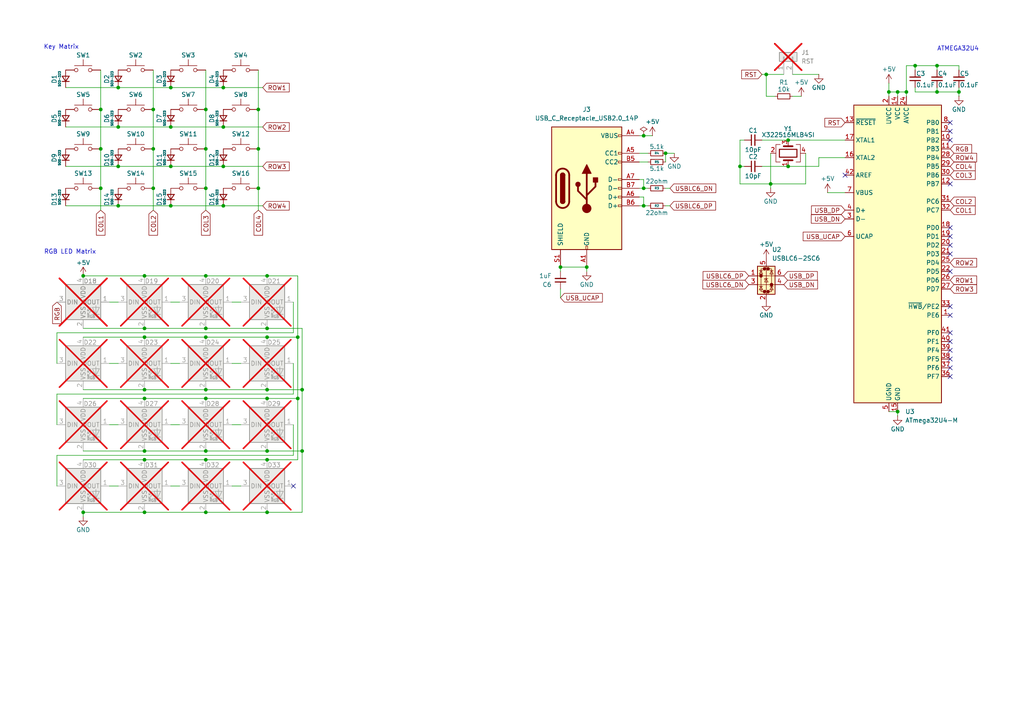
<source format=kicad_sch>
(kicad_sch (version 20231120) (generator "eeschema") (generator_version "8.0")
  (paper "A4")
  (junction (at 77.47 148.59))
  (junction (at 59.69 133.35))
  (junction (at 271.78 19.05))
  (junction (at 59.69 43.18))
  (junction (at 87.63 113.03))
  (junction (at 49.53 48.26))
  (junction (at 186.69 59.69))
  (junction (at 41.91 115.57))
  (junction (at 87.63 130.81))
  (junction (at 59.69 148.59))
  (junction (at 228.6 48.26))
  (junction (at 77.47 97.79))
  (junction (at 41.91 80.01))
  (junction (at 64.77 36.83))
  (junction (at 77.47 115.57))
  (junction (at 41.91 97.79))
  (junction (at 49.53 59.69))
  (junction (at 222.25 21.59))
  (junction (at 59.69 115.57))
  (junction (at 41.91 148.59))
  (junction (at 223.52 53.34))
  (junction (at 265.43 19.05))
  (junction (at 77.47 80.01))
  (junction (at 59.69 130.81))
  (junction (at 34.29 48.26))
  (junction (at 74.93 31.75))
  (junction (at 59.69 95.25))
  (junction (at 74.93 54.61))
  (junction (at 41.91 113.03))
  (junction (at 64.77 48.26))
  (junction (at 59.69 31.75))
  (junction (at 34.29 59.69))
  (junction (at 77.47 95.25))
  (junction (at 64.77 25.4))
  (junction (at 49.53 36.83))
  (junction (at 59.69 80.01))
  (junction (at 49.53 25.4))
  (junction (at 29.21 43.18))
  (junction (at 41.91 130.81))
  (junction (at 228.6 40.64))
  (junction (at 186.69 39.37))
  (junction (at 257.81 26.67))
  (junction (at 24.13 148.59))
  (junction (at 77.47 130.81))
  (junction (at 86.36 97.79))
  (junction (at 29.21 31.75))
  (junction (at 260.35 26.67))
  (junction (at 260.35 119.38))
  (junction (at 186.69 54.61))
  (junction (at 44.45 54.61))
  (junction (at 29.21 54.61))
  (junction (at 170.18 77.47))
  (junction (at 162.56 77.47))
  (junction (at 77.47 133.35))
  (junction (at 77.47 113.03))
  (junction (at 74.93 43.18))
  (junction (at 59.69 54.61))
  (junction (at 86.36 115.57))
  (junction (at 24.13 80.01))
  (junction (at 262.89 26.67))
  (junction (at 41.91 133.35))
  (junction (at 44.45 43.18))
  (junction (at 34.29 25.4))
  (junction (at 193.04 44.45))
  (junction (at 271.78 26.67))
  (junction (at 41.91 95.25))
  (junction (at 59.69 113.03))
  (junction (at 59.69 97.79))
  (junction (at 214.63 48.26))
  (junction (at 44.45 31.75))
  (junction (at 278.13 26.67))
  (junction (at 34.29 36.83))
  (junction (at 64.77 59.69))
  (no_connect (at 275.59 91.44))
  (no_connect (at 275.59 71.12))
  (no_connect (at 275.59 96.52))
  (no_connect (at 275.59 66.04))
  (no_connect (at 245.11 50.8))
  (no_connect (at 275.59 38.1))
  (no_connect (at 275.59 104.14))
  (no_connect (at 275.59 88.9))
  (no_connect (at 275.59 68.58))
  (no_connect (at 85.09 140.97))
  (no_connect (at 275.59 106.68))
  (no_connect (at 275.59 78.74))
  (no_connect (at 275.59 101.6))
  (no_connect (at 275.59 109.22))
  (no_connect (at 275.59 99.06))
  (no_connect (at 275.59 35.56))
  (no_connect (at 275.59 73.66))
  (no_connect (at 275.59 53.34))
  (no_connect (at 275.59 40.64))
  (wire (pts (xy 64.77 59.69) (xy 76.2 59.69)))
  (wire (pts (xy 24.13 148.59) (xy 41.91 148.59)))
  (wire (pts (xy 59.69 95.25) (xy 77.47 95.25)))
  (wire (pts (xy 31.75 87.63) (xy 34.29 87.63)))
  (wire (pts (xy 59.69 148.59) (xy 77.47 148.59)))
  (wire (pts (xy 194.31 54.61) (xy 193.04 54.61)))
  (wire (pts (xy 86.36 115.57) (xy 86.36 133.35)))
  (wire (pts (xy 49.53 48.26) (xy 64.77 48.26)))
  (wire (pts (xy 87.63 130.81) (xy 77.47 130.81)))
  (wire (pts (xy 49.53 105.41) (xy 52.07 105.41)))
  (wire (pts (xy 49.53 140.97) (xy 52.07 140.97)))
  (wire (pts (xy 67.31 123.19) (xy 69.85 123.19)))
  (wire (pts (xy 237.49 45.72) (xy 245.11 45.72)))
  (wire (pts (xy 41.91 115.57) (xy 59.69 115.57)))
  (wire (pts (xy 29.21 31.75) (xy 29.21 43.18)))
  (wire (pts (xy 265.43 25.4) (xy 265.43 26.67)))
  (wire (pts (xy 214.63 53.34) (xy 223.52 53.34)))
  (wire (pts (xy 74.93 31.75) (xy 74.93 43.18)))
  (wire (pts (xy 59.69 97.79) (xy 77.47 97.79)))
  (wire (pts (xy 228.6 40.64) (xy 245.11 40.64)))
  (wire (pts (xy 194.31 59.69) (xy 193.04 59.69)))
  (wire (pts (xy 185.42 59.69) (xy 186.69 59.69)))
  (wire (pts (xy 16.51 132.08) (xy 16.51 140.97)))
  (wire (pts (xy 41.91 133.35) (xy 59.69 133.35)))
  (wire (pts (xy 223.52 54.61) (xy 223.52 53.34)))
  (wire (pts (xy 31.75 123.19) (xy 34.29 123.19)))
  (wire (pts (xy 186.69 39.37) (xy 189.23 39.37)))
  (wire (pts (xy 185.42 44.45) (xy 187.96 44.45)))
  (wire (pts (xy 64.77 48.26) (xy 76.2 48.26)))
  (wire (pts (xy 260.35 26.67) (xy 260.35 27.94)))
  (wire (pts (xy 77.47 80.01) (xy 86.36 80.01)))
  (wire (pts (xy 87.63 130.81) (xy 87.63 148.59)))
  (wire (pts (xy 162.56 77.47) (xy 170.18 77.47)))
  (wire (pts (xy 215.9 40.64) (xy 214.63 40.64)))
  (wire (pts (xy 87.63 148.59) (xy 77.47 148.59)))
  (wire (pts (xy 187.96 59.69) (xy 186.69 59.69)))
  (wire (pts (xy 67.31 105.41) (xy 69.85 105.41)))
  (wire (pts (xy 24.13 148.59) (xy 24.13 149.86)))
  (wire (pts (xy 59.69 115.57) (xy 77.47 115.57)))
  (wire (pts (xy 19.05 48.26) (xy 34.29 48.26)))
  (wire (pts (xy 85.09 105.41) (xy 85.09 114.3)))
  (wire (pts (xy 41.91 95.25) (xy 59.69 95.25)))
  (wire (pts (xy 237.49 48.26) (xy 237.49 45.72)))
  (wire (pts (xy 220.98 21.59) (xy 222.25 21.59)))
  (wire (pts (xy 49.53 123.19) (xy 52.07 123.19)))
  (wire (pts (xy 223.52 44.45) (xy 223.52 53.34)))
  (wire (pts (xy 86.36 115.57) (xy 77.47 115.57)))
  (wire (pts (xy 41.91 130.81) (xy 59.69 130.81)))
  (wire (pts (xy 86.36 80.01) (xy 86.36 97.79)))
  (wire (pts (xy 229.87 27.94) (xy 232.41 27.94)))
  (wire (pts (xy 24.13 95.25) (xy 41.91 95.25)))
  (wire (pts (xy 16.51 114.3) (xy 16.51 123.19)))
  (wire (pts (xy 29.21 20.32) (xy 29.21 31.75)))
  (wire (pts (xy 233.68 53.34) (xy 233.68 44.45)))
  (wire (pts (xy 186.69 52.07) (xy 186.69 54.61)))
  (wire (pts (xy 257.81 26.67) (xy 260.35 26.67)))
  (wire (pts (xy 16.51 96.52) (xy 16.51 105.41)))
  (wire (pts (xy 228.6 48.26) (xy 237.49 48.26)))
  (wire (pts (xy 24.13 80.01) (xy 41.91 80.01)))
  (wire (pts (xy 170.18 77.47) (xy 170.18 78.74)))
  (wire (pts (xy 41.91 113.03) (xy 59.69 113.03)))
  (wire (pts (xy 59.69 133.35) (xy 77.47 133.35)))
  (wire (pts (xy 223.52 53.34) (xy 233.68 53.34)))
  (wire (pts (xy 74.93 20.32) (xy 74.93 31.75)))
  (wire (pts (xy 59.69 80.01) (xy 77.47 80.01)))
  (wire (pts (xy 278.13 26.67) (xy 278.13 27.94)))
  (wire (pts (xy 59.69 54.61) (xy 59.69 60.96)))
  (wire (pts (xy 214.63 40.64) (xy 214.63 48.26)))
  (wire (pts (xy 271.78 19.05) (xy 271.78 20.32)))
  (wire (pts (xy 86.36 97.79) (xy 86.36 115.57)))
  (wire (pts (xy 59.69 20.32) (xy 59.69 31.75)))
  (wire (pts (xy 41.91 97.79) (xy 59.69 97.79)))
  (wire (pts (xy 257.81 119.38) (xy 260.35 119.38)))
  (wire (pts (xy 278.13 26.67) (xy 278.13 25.4)))
  (wire (pts (xy 85.09 96.52) (xy 16.51 96.52)))
  (wire (pts (xy 49.53 87.63) (xy 52.07 87.63)))
  (wire (pts (xy 24.13 115.57) (xy 41.91 115.57)))
  (wire (pts (xy 220.98 48.26) (xy 228.6 48.26)))
  (wire (pts (xy 67.31 140.97) (xy 69.85 140.97)))
  (wire (pts (xy 186.69 59.69) (xy 186.69 57.15)))
  (wire (pts (xy 257.81 27.94) (xy 257.81 26.67)))
  (wire (pts (xy 34.29 36.83) (xy 49.53 36.83)))
  (wire (pts (xy 29.21 43.18) (xy 29.21 54.61)))
  (wire (pts (xy 85.09 132.08) (xy 16.51 132.08)))
  (wire (pts (xy 64.77 25.4) (xy 76.2 25.4)))
  (wire (pts (xy 85.09 114.3) (xy 16.51 114.3)))
  (wire (pts (xy 74.93 54.61) (xy 74.93 60.96)))
  (wire (pts (xy 222.25 27.94) (xy 222.25 21.59)))
  (wire (pts (xy 265.43 19.05) (xy 271.78 19.05)))
  (wire (pts (xy 49.53 59.69) (xy 64.77 59.69)))
  (wire (pts (xy 229.87 21.59) (xy 237.49 21.59)))
  (wire (pts (xy 186.69 54.61) (xy 185.42 54.61)))
  (wire (pts (xy 24.13 130.81) (xy 41.91 130.81)))
  (wire (pts (xy 214.63 48.26) (xy 214.63 53.34)))
  (wire (pts (xy 41.91 80.01) (xy 59.69 80.01)))
  (wire (pts (xy 31.75 140.97) (xy 34.29 140.97)))
  (wire (pts (xy 222.25 21.59) (xy 227.33 21.59)))
  (wire (pts (xy 24.13 133.35) (xy 41.91 133.35)))
  (wire (pts (xy 186.69 57.15) (xy 185.42 57.15)))
  (wire (pts (xy 44.45 43.18) (xy 44.45 54.61)))
  (wire (pts (xy 162.56 86.36) (xy 162.56 83.82)))
  (wire (pts (xy 67.31 87.63) (xy 69.85 87.63)))
  (wire (pts (xy 34.29 48.26) (xy 49.53 48.26)))
  (wire (pts (xy 193.04 44.45) (xy 195.58 44.45)))
  (wire (pts (xy 34.29 25.4) (xy 49.53 25.4)))
  (wire (pts (xy 59.69 130.81) (xy 77.47 130.81)))
  (wire (pts (xy 224.79 27.94) (xy 222.25 27.94)))
  (wire (pts (xy 29.21 54.61) (xy 29.21 60.96)))
  (wire (pts (xy 220.98 40.64) (xy 228.6 40.64)))
  (wire (pts (xy 64.77 36.83) (xy 76.2 36.83)))
  (wire (pts (xy 262.89 26.67) (xy 262.89 27.94)))
  (wire (pts (xy 77.47 95.25) (xy 87.63 95.25)))
  (wire (pts (xy 262.89 26.67) (xy 262.89 19.05)))
  (wire (pts (xy 87.63 113.03) (xy 77.47 113.03)))
  (wire (pts (xy 59.69 43.18) (xy 59.69 54.61)))
  (wire (pts (xy 271.78 26.67) (xy 278.13 26.67)))
  (wire (pts (xy 49.53 25.4) (xy 64.77 25.4)))
  (wire (pts (xy 87.63 113.03) (xy 87.63 130.81)))
  (wire (pts (xy 86.36 133.35) (xy 77.47 133.35)))
  (wire (pts (xy 185.42 46.99) (xy 187.96 46.99)))
  (wire (pts (xy 260.35 26.67) (xy 262.89 26.67)))
  (wire (pts (xy 265.43 26.67) (xy 271.78 26.67)))
  (wire (pts (xy 59.69 113.03) (xy 77.47 113.03)))
  (wire (pts (xy 214.63 48.26) (xy 215.9 48.26)))
  (wire (pts (xy 74.93 43.18) (xy 74.93 54.61)))
  (wire (pts (xy 162.56 78.74) (xy 162.56 77.47)))
  (wire (pts (xy 186.69 54.61) (xy 187.96 54.61)))
  (wire (pts (xy 271.78 19.05) (xy 278.13 19.05)))
  (wire (pts (xy 24.13 113.03) (xy 41.91 113.03)))
  (wire (pts (xy 278.13 19.05) (xy 278.13 20.32)))
  (wire (pts (xy 193.04 44.45) (xy 193.04 46.99)))
  (wire (pts (xy 260.35 119.38) (xy 260.35 120.65)))
  (wire (pts (xy 265.43 19.05) (xy 265.43 20.32)))
  (wire (pts (xy 49.53 36.83) (xy 64.77 36.83)))
  (wire (pts (xy 85.09 87.63) (xy 85.09 96.52)))
  (wire (pts (xy 34.29 59.69) (xy 49.53 59.69)))
  (wire (pts (xy 41.91 148.59) (xy 59.69 148.59)))
  (wire (pts (xy 31.75 105.41) (xy 34.29 105.41)))
  (wire (pts (xy 59.69 31.75) (xy 59.69 43.18)))
  (wire (pts (xy 85.09 123.19) (xy 85.09 132.08)))
  (wire (pts (xy 262.89 19.05) (xy 265.43 19.05)))
  (wire (pts (xy 271.78 26.67) (xy 271.78 25.4)))
  (wire (pts (xy 44.45 54.61) (xy 44.45 60.96)))
  (wire (pts (xy 19.05 59.69) (xy 34.29 59.69)))
  (wire (pts (xy 240.03 55.88) (xy 245.11 55.88)))
  (wire (pts (xy 44.45 20.32) (xy 44.45 31.75)))
  (wire (pts (xy 86.36 97.79) (xy 77.47 97.79)))
  (wire (pts (xy 19.05 36.83) (xy 34.29 36.83)))
  (wire (pts (xy 257.81 24.13) (xy 257.81 26.67)))
  (wire (pts (xy 19.05 25.4) (xy 34.29 25.4)))
  (wire (pts (xy 87.63 95.25) (xy 87.63 113.03)))
  (wire (pts (xy 185.42 52.07) (xy 186.69 52.07)))
  (wire (pts (xy 24.13 97.79) (xy 41.91 97.79)))
  (wire (pts (xy 185.42 39.37) (xy 186.69 39.37)))
  (wire (pts (xy 44.45 31.75) (xy 44.45 43.18)))
  (text "RGB LED Matrix" (at 20.32 73.152 0) (effects (font (size 1.27 1.27))))
  (text "ATMEGA32U4" (at 277.876 14.224 0) (effects (font (size 1.27 1.27))))
  (text "Key Matrix" (at 17.78 13.716 0) (effects (font (size 1.27 1.27))))
  (global_label "USB_DP" (shape input) (at 245.11 60.96 180) (property "Intersheetrefs" "${INTERSHEET_REFS}" (effects (hide yes))))
  (global_label "ROW2" (shape input) (at 76.2 36.83 0) (property "Intersheetrefs" "${INTERSHEET_REFS}" (effects (hide yes))))
  (global_label "ROW1" (shape input) (at 76.2 25.4 0) (property "Intersheetrefs" "${INTERSHEET_REFS}" (effects (hide yes))))
  (global_label "USB_UCAP" (shape input) (at 245.11 68.58 180) (property "Intersheetrefs" "${INTERSHEET_REFS}" (effects (hide yes))))
  (global_label "COL2" (shape input) (at 275.59 58.42 0) (property "Intersheetrefs" "${INTERSHEET_REFS}" (effects (hide yes))))
  (global_label "USB_DP" (shape input) (at 227.33 80.01 0) (property "Intersheetrefs" "${INTERSHEET_REFS}" (effects (hide yes))))
  (global_label "COL2" (shape input) (at 44.45 60.96 270) (property "Intersheetrefs" "${INTERSHEET_REFS}" (effects (hide yes))))
  (global_label "USBLC6_DP" (shape input) (at 194.31 59.69 0) (property "Intersheetrefs" "${INTERSHEET_REFS}" (effects (hide yes))))
  (global_label "USB_DN" (shape input) (at 245.11 63.5 180) (property "Intersheetrefs" "${INTERSHEET_REFS}" (effects (hide yes))))
  (global_label "COL4" (shape input) (at 275.59 48.26 0) (property "Intersheetrefs" "${INTERSHEET_REFS}" (effects (hide yes))))
  (global_label "ROW2" (shape input) (at 275.59 76.2 0) (property "Intersheetrefs" "${INTERSHEET_REFS}" (effects (hide yes))))
  (global_label "USB_UCAP" (shape input) (at 162.56 86.36 0) (property "Intersheetrefs" "${INTERSHEET_REFS}" (effects (hide yes))))
  (global_label "COL3" (shape input) (at 59.69 60.96 270) (property "Intersheetrefs" "${INTERSHEET_REFS}" (effects (hide yes))))
  (global_label "RST" (shape input) (at 245.11 35.56 180) (property "Intersheetrefs" "${INTERSHEET_REFS}" (effects (hide yes))))
  (global_label "ROW4" (shape input) (at 275.59 45.72 0) (property "Intersheetrefs" "${INTERSHEET_REFS}" (effects (hide yes))))
  (global_label "ROW1" (shape input) (at 275.59 81.28 0) (property "Intersheetrefs" "${INTERSHEET_REFS}" (effects (hide yes))))
  (global_label "ROW3" (shape input) (at 275.59 83.82 0) (property "Intersheetrefs" "${INTERSHEET_REFS}" (effects (hide yes))))
  (global_label "COL3" (shape input) (at 275.59 50.8 0) (property "Intersheetrefs" "${INTERSHEET_REFS}" (effects (hide yes))))
  (global_label "USBLC6_DN" (shape input) (at 217.17 82.55 180) (property "Intersheetrefs" "${INTERSHEET_REFS}" (effects (hide yes))))
  (global_label "COL4" (shape input) (at 74.93 60.96 270) (property "Intersheetrefs" "${INTERSHEET_REFS}" (effects (hide yes))))
  (global_label "COL1" (shape input) (at 275.59 60.96 0) (property "Intersheetrefs" "${INTERSHEET_REFS}" (effects (hide yes))))
  (global_label "RGB" (shape input) (at 16.51 87.63 270) (property "Intersheetrefs" "${INTERSHEET_REFS}" (effects (hide yes))))
  (global_label "COL1" (shape input) (at 29.21 60.96 270) (property "Intersheetrefs" "${INTERSHEET_REFS}" (effects (hide yes))))
  (global_label "USBLC6_DP" (shape input) (at 217.17 80.01 180) (property "Intersheetrefs" "${INTERSHEET_REFS}" (effects (hide yes))))
  (global_label "USB_DN" (shape input) (at 227.33 82.55 0) (property "Intersheetrefs" "${INTERSHEET_REFS}" (effects (hide yes))))
  (global_label "RST" (shape input) (at 220.98 21.59 180) (property "Intersheetrefs" "${INTERSHEET_REFS}" (effects (hide yes))))
  (global_label "RGB" (shape input) (at 275.59 43.18 0) (property "Intersheetrefs" "${INTERSHEET_REFS}" (effects (hide yes))))
  (global_label "USBLC6_DN" (shape input) (at 194.31 54.61 0) (property "Intersheetrefs" "${INTERSHEET_REFS}" (effects (hide yes))))
  (global_label "ROW3" (shape input) (at 76.2 48.26 0) (property "Intersheetrefs" "${INTERSHEET_REFS}" (effects (hide yes))))
  (global_label "ROW4" (shape input) (at 76.2 59.69 0) (property "Intersheetrefs" "${INTERSHEET_REFS}" (effects (hide yes))))
  (symbol (lib_id "Device:D_Small") (at 19.05 45.72 90) (unit 1)
    (property "Reference" "D9" (at 15.748 44.45 0) (effects (justify right)))
    (property "Value" "SOD-323" (at 17.272 43.434 0) (effects (font (size 0.635 0.635)) (justify right)))
    (property "Footprint" "Diode_SMD:D_SOD-323" (effects (hide yes)))
    (property "Description" "Diode, small symbol" (effects (hide yes)))
    (property "Sim.Device" "D" (effects (hide yes)))
    (property "Sim.Pins" "1=K 2=A" (effects (hide yes)))
    (property "LCSC" "C2128" (effects (hide yes)))
  )
  (symbol (lib_id "power:+5V") (at 240.03 55.88 0) (unit 1)
    (property "Reference" "#PWR03" (effects (hide yes)))
    (property "Value" "+5V" (at 240.03 51.816 0))
    (property "Description" "Power symbol creates a global label with name \"+5V\"" (effects (hide yes)))
  )
  (symbol (lib_id "Device:D_Small") (at 64.77 45.72 90) (unit 1)
    (property "Reference" "D12" (at 61.468 44.45 0) (effects (justify right)))
    (property "Value" "SOD-323" (at 62.992 43.434 0) (effects (font (size 0.635 0.635)) (justify right)))
    (property "Footprint" "Diode_SMD:D_SOD-323" (effects (hide yes)))
    (property "Description" "Diode, small symbol" (effects (hide yes)))
    (property "Sim.Device" "D" (effects (hide yes)))
    (property "Sim.Pins" "1=K 2=A" (effects (hide yes)))
    (property "LCSC" "C2128" (effects (hide yes)))
  )
  (symbol (lib_id "LED:WS2812B-2020") (at 41.91 87.63 0) (unit 1) (dnp yes)
    (property "Reference" "D19" (at 43.942 81.534 0))
    (property "Value" "WS2812B-2020" (effects (hide yes)))
    (property "Footprint" "LED_SMD:LED_WS2812B-2020_PLCC4_2.0x2.0mm" (effects (hide yes)))
    (property "Datasheet" "https://cdn-shop.adafruit.com/product-files/4684/4684_WS2812B-2020_V1.3_EN.pdf" (effects (hide yes)))
    (property "Description" "RGB LED with integrated controller, 2.0 x 2.0 mm, 12 mA" (effects (hide yes)))
    (property "LCSC" "C965555" (effects (hide yes)))
  )
  (symbol (lib_id "Device:C_Small") (at 265.43 22.86 180) (unit 1)
    (property "Reference" "C3" (at 265.684 21.336 0) (effects (justify right)))
    (property "Value" "0.1uF" (at 265.684 24.638 0) (effects (justify right)))
    (property "Footprint" "Capacitor_SMD:C_0402_1005Metric" (effects (hide yes)))
    (property "Description" "Unpolarized capacitor, small symbol" (effects (hide yes)))
    (property "LCSC" "C1525" (effects (hide yes)))
  )
  (symbol (lib_id "Device:D_Small") (at 64.77 57.15 90) (unit 1)
    (property "Reference" "D16" (at 61.468 55.88 0) (effects (justify right)))
    (property "Value" "SOD-323" (at 62.992 54.864 0) (effects (font (size 0.635 0.635)) (justify right)))
    (property "Footprint" "Diode_SMD:D_SOD-323" (effects (hide yes)))
    (property "Description" "Diode, small symbol" (effects (hide yes)))
    (property "Sim.Device" "D" (effects (hide yes)))
    (property "Sim.Pins" "1=K 2=A" (effects (hide yes)))
    (property "LCSC" "C2128" (effects (hide yes)))
  )
  (symbol (lib_id "power:+5V") (at 232.41 27.94 0) (unit 1)
    (property "Reference" "#PWR011" (effects (hide yes)))
    (property "Value" "+5V" (at 232.41 23.876 0))
    (property "Description" "Power symbol creates a global label with name \"+5V\"" (effects (hide yes)))
  )
  (symbol (lib_id "power:+5V") (at 257.81 24.13 0) (unit 1)
    (property "Reference" "#PWR04" (effects (hide yes)))
    (property "Value" "+5V" (at 257.81 20.066 0))
    (property "Description" "Power symbol creates a global label with name \"+5V\"" (effects (hide yes)))
  )
  (symbol (lib_id "LED:WS2812B-2020") (at 77.47 87.63 0) (unit 1) (dnp yes)
    (property "Reference" "D21" (at 79.502 81.534 0))
    (property "Value" "WS2812B-2020" (effects (hide yes)))
    (property "Footprint" "LED_SMD:LED_WS2812B-2020_PLCC4_2.0x2.0mm" (effects (hide yes)))
    (property "Datasheet" "https://cdn-shop.adafruit.com/product-files/4684/4684_WS2812B-2020_V1.3_EN.pdf" (effects (hide yes)))
    (property "Description" "RGB LED with integrated controller, 2.0 x 2.0 mm, 12 mA" (effects (hide yes)))
    (property "LCSC" "C965555" (effects (hide yes)))
  )
  (symbol (lib_id "LED:WS2812B-2020") (at 59.69 123.19 0) (unit 1) (dnp yes)
    (property "Reference" "D28" (at 61.722 117.094 0))
    (property "Value" "WS2812B-2020" (effects (hide yes)))
    (property "Footprint" "LED_SMD:LED_WS2812B-2020_PLCC4_2.0x2.0mm" (effects (hide yes)))
    (property "Datasheet" "https://cdn-shop.adafruit.com/product-files/4684/4684_WS2812B-2020_V1.3_EN.pdf" (effects (hide yes)))
    (property "Description" "RGB LED with integrated controller, 2.0 x 2.0 mm, 12 mA" (effects (hide yes)))
    (property "LCSC" "C965555" (effects (hide yes)))
  )
  (symbol (lib_id "Switch:SW_Push") (at 24.13 31.75 0) (unit 1)
    (property "Reference" "SW5" (at 24.13 27.432 0))
    (property "Value" "SW_Push" (effects (hide yes)))
    (property "Footprint" "Button_Switch_SMD:SW_Push_1P1T_XKB_TS-1187A" (effects (hide yes)))
    (property "Description" "Push button switch, generic, two pins" (effects (hide yes)))
    (property "LCSC" "C318884" (effects (hide yes)))
  )
  (symbol (lib_id "LED:WS2812B-2020") (at 77.47 140.97 0) (unit 1) (dnp yes)
    (property "Reference" "D33" (at 79.502 134.874 0))
    (property "Value" "WS2812B-2020" (effects (hide yes)))
    (property "Footprint" "LED_SMD:LED_WS2812B-2020_PLCC4_2.0x2.0mm" (effects (hide yes)))
    (property "Datasheet" "https://cdn-shop.adafruit.com/product-files/4684/4684_WS2812B-2020_V1.3_EN.pdf" (effects (hide yes)))
    (property "Description" "RGB LED with integrated controller, 2.0 x 2.0 mm, 12 mA" (effects (hide yes)))
    (property "LCSC" "C965555" (effects (hide yes)))
  )
  (symbol (lib_id "Device:D_Small") (at 19.05 57.15 90) (unit 1)
    (property "Reference" "D13" (at 15.748 55.88 0) (effects (justify right)))
    (property "Value" "SOD-323" (at 17.272 54.864 0) (effects (font (size 0.635 0.635)) (justify right)))
    (property "Footprint" "Diode_SMD:D_SOD-323" (effects (hide yes)))
    (property "Description" "Diode, small symbol" (effects (hide yes)))
    (property "Sim.Device" "D" (effects (hide yes)))
    (property "Sim.Pins" "1=K 2=A" (effects (hide yes)))
    (property "LCSC" "C2128" (effects (hide yes)))
  )
  (symbol (lib_id "Switch:SW_Push") (at 69.85 31.75 0) (unit 1)
    (property "Reference" "SW8" (at 69.85 27.432 0))
    (property "Value" "SW_Push" (effects (hide yes)))
    (property "Footprint" "Button_Switch_SMD:SW_Push_1P1T_XKB_TS-1187A" (effects (hide yes)))
    (property "Description" "Push button switch, generic, two pins" (effects (hide yes)))
    (property "LCSC" "C318884" (effects (hide yes)))
  )
  (symbol (lib_id "Device:R_Small") (at 190.5 54.61 270) (unit 1)
    (property "Reference" "R3" (at 190.5 54.61 90) (effects (font (size 0.635 0.635))))
    (property "Value" "22ohm" (at 190.5 52.578 90))
    (property "Footprint" "Resistor_SMD:R_0402_1005Metric" (effects (hide yes)))
    (property "Description" "Resistor, small symbol" (effects (hide yes)))
    (property "LCSC" "C25092" (effects (hide yes)))
  )
  (symbol (lib_id "Switch:SW_Push") (at 39.37 54.61 0) (unit 1)
    (property "Reference" "SW14" (at 39.37 50.292 0))
    (property "Value" "SW_Push" (effects (hide yes)))
    (property "Footprint" "Button_Switch_SMD:SW_Push_1P1T_XKB_TS-1187A" (effects (hide yes)))
    (property "Description" "Push button switch, generic, two pins" (effects (hide yes)))
    (property "LCSC" "C318884" (effects (hide yes)))
  )
  (symbol (lib_id "LED:WS2812B-2020") (at 24.13 140.97 0) (unit 1) (dnp yes)
    (property "Reference" "D30" (at 26.162 134.874 0))
    (property "Value" "WS2812B-2020" (effects (hide yes)))
    (property "Footprint" "LED_SMD:LED_WS2812B-2020_PLCC4_2.0x2.0mm" (effects (hide yes)))
    (property "Datasheet" "https://cdn-shop.adafruit.com/product-files/4684/4684_WS2812B-2020_V1.3_EN.pdf" (effects (hide yes)))
    (property "Description" "RGB LED with integrated controller, 2.0 x 2.0 mm, 12 mA" (effects (hide yes)))
    (property "LCSC" "C965555" (effects (hide yes)))
  )
  (symbol (lib_id "Device:R_Small") (at 190.5 46.99 270) (unit 1)
    (property "Reference" "R5" (at 190.5 46.99 90) (effects (font (size 0.635 0.635))))
    (property "Value" "5.1k" (at 190.5 48.895 90))
    (property "Footprint" "Resistor_SMD:R_0402_1005Metric" (effects (hide yes)))
    (property "LCSC" "C25905" (effects (hide yes)))
  )
  (symbol (lib_id "Device:R_Small") (at 227.33 27.94 90) (unit 1)
    (property "Reference" "R1" (at 227.33 23.876 90))
    (property "Value" "10k" (at 227.33 25.908 90))
    (property "Footprint" "Resistor_SMD:R_0402_1005Metric" (effects (hide yes)))
    (property "Description" "Resistor, small symbol" (effects (hide yes)))
    (property "LCSC" "C25744" (effects (hide yes)))
  )
  (symbol (lib_id "power:+5V") (at 222.25 74.93 0) (unit 1)
    (property "Reference" "#PWR07" (effects (hide yes)))
    (property "Value" "+5V" (at 222.25 70.866 0))
    (property "Description" "Power symbol creates a global label with name \"+5V\"" (effects (hide yes)))
  )
  (symbol (lib_id "Switch:SW_Push") (at 39.37 31.75 0) (unit 1)
    (property "Reference" "SW6" (at 39.37 27.432 0))
    (property "Value" "SW_Push" (effects (hide yes)))
    (property "Footprint" "Button_Switch_SMD:SW_Push_1P1T_XKB_TS-1187A" (effects (hide yes)))
    (property "Description" "Push button switch, generic, two pins" (effects (hide yes)))
    (property "LCSC" "C318884" (effects (hide yes)))
  )
  (symbol (lib_id "power:GND") (at 278.13 27.94 0) (unit 1)
    (property "Reference" "#PWR05" (effects (hide yes)))
    (property "Value" "GND" (at 278.13 31.75 0))
    (property "Description" "Power symbol creates a global label with name \"GND\" , ground" (effects (hide yes)))
  )
  (symbol (lib_id "Connector_Generic:Conn_01x02") (at 227.33 16.51 90) (unit 1) (dnp yes)
    (property "Reference" "J1" (at 232.41 15.2399 90) (effects (justify right)))
    (property "Value" "RST" (at 232.41 17.7799 90) (effects (justify right)))
    (property "Footprint" "Connector_PinHeader_1.27mm:PinHeader_1x02_P1.27mm_Vertical" (effects (hide yes)))
    (property "Description" "Generic connector, single row, 01x02, script generated (kicad-library-utils/schlib/autogen/connector/)" (effects (hide yes)))
  )
  (symbol (lib_id "Switch:SW_Push") (at 39.37 20.32 0) (unit 1)
    (property "Reference" "SW2" (at 39.37 16.002 0))
    (property "Value" "SW_Push" (effects (hide yes)))
    (property "Footprint" "Button_Switch_SMD:SW_Push_1P1T_XKB_TS-1187A" (effects (hide yes)))
    (property "Description" "Push button switch, generic, two pins" (effects (hide yes)))
    (property "LCSC" "C318884" (effects (hide yes)))
  )
  (symbol (lib_id "Device:D_Small") (at 49.53 45.72 90) (unit 1)
    (property "Reference" "D11" (at 46.228 44.45 0) (effects (justify right)))
    (property "Value" "SOD-323" (at 47.752 43.434 0) (effects (font (size 0.635 0.635)) (justify right)))
    (property "Footprint" "Diode_SMD:D_SOD-323" (effects (hide yes)))
    (property "Description" "Diode, small symbol" (effects (hide yes)))
    (property "Sim.Device" "D" (effects (hide yes)))
    (property "Sim.Pins" "1=K 2=A" (effects (hide yes)))
    (property "LCSC" "C2128" (effects (hide yes)))
  )
  (symbol (lib_id "LED:WS2812B-2020") (at 24.13 123.19 0) (unit 1) (dnp yes)
    (property "Reference" "D26" (at 26.162 117.094 0))
    (property "Value" "WS2812B-2020" (effects (hide yes)))
    (property "Footprint" "LED_SMD:LED_WS2812B-2020_PLCC4_2.0x2.0mm" (effects (hide yes)))
    (property "Datasheet" "https://cdn-shop.adafruit.com/product-files/4684/4684_WS2812B-2020_V1.3_EN.pdf" (effects (hide yes)))
    (property "Description" "RGB LED with integrated controller, 2.0 x 2.0 mm, 12 mA" (effects (hide yes)))
    (property "LCSC" "C965555" (effects (hide yes)))
  )
  (symbol (lib_id "Device:D_Small") (at 64.77 34.29 90) (unit 1)
    (property "Reference" "D8" (at 61.468 33.02 0) (effects (justify right)))
    (property "Value" "SOD-323" (at 62.992 32.004 0) (effects (font (size 0.635 0.635)) (justify right)))
    (property "Footprint" "Diode_SMD:D_SOD-323" (effects (hide yes)))
    (property "Description" "Diode, small symbol" (effects (hide yes)))
    (property "Sim.Device" "D" (effects (hide yes)))
    (property "Sim.Pins" "1=K 2=A" (effects (hide yes)))
    (property "LCSC" "C2128" (effects (hide yes)))
  )
  (symbol (lib_id "Switch:SW_Push") (at 24.13 20.32 0) (unit 1)
    (property "Reference" "SW1" (at 24.13 16.002 0))
    (property "Value" "SW_Push" (effects (hide yes)))
    (property "Footprint" "Button_Switch_SMD:SW_Push_1P1T_XKB_TS-1187A" (effects (hide yes)))
    (property "Description" "Push button switch, generic, two pins" (effects (hide yes)))
    (property "LCSC" "C318884" (effects (hide yes)))
  )
  (symbol (lib_id "Device:C_Small") (at 218.44 48.26 90) (unit 1)
    (property "Reference" "C2" (at 218.44 45.466 90))
    (property "Value" "10pF" (at 218.44 51.054 90))
    (property "Footprint" "Capacitor_SMD:C_0402_1005Metric" (effects (hide yes)))
    (property "Description" "Unpolarized capacitor, small symbol" (effects (hide yes)))
    (property "LCSC" "C32949" (effects (hide yes)))
  )
  (symbol (lib_id "Switch:SW_Push") (at 39.37 43.18 0) (unit 1)
    (property "Reference" "SW10" (at 39.37 38.862 0))
    (property "Value" "SW_Push" (effects (hide yes)))
    (property "Footprint" "Button_Switch_SMD:SW_Push_1P1T_XKB_TS-1187A" (effects (hide yes)))
    (property "Description" "Push button switch, generic, two pins" (effects (hide yes)))
    (property "LCSC" "C318884" (effects (hide yes)))
  )
  (symbol (lib_id "LED:WS2812B-2020") (at 41.91 123.19 0) (unit 1) (dnp yes)
    (property "Reference" "D27" (at 43.942 117.094 0))
    (property "Value" "WS2812B-2020" (effects (hide yes)))
    (property "Footprint" "LED_SMD:LED_WS2812B-2020_PLCC4_2.0x2.0mm" (effects (hide yes)))
    (property "Datasheet" "https://cdn-shop.adafruit.com/product-files/4684/4684_WS2812B-2020_V1.3_EN.pdf" (effects (hide yes)))
    (property "Description" "RGB LED with integrated controller, 2.0 x 2.0 mm, 12 mA" (effects (hide yes)))
    (property "LCSC" "C965555" (effects (hide yes)))
  )
  (symbol (lib_id "Device:D_Small") (at 49.53 57.15 90) (unit 1)
    (property "Reference" "D15" (at 46.228 55.88 0) (effects (justify right)))
    (property "Value" "SOD-323" (at 47.752 54.864 0) (effects (font (size 0.635 0.635)) (justify right)))
    (property "Footprint" "Diode_SMD:D_SOD-323" (effects (hide yes)))
    (property "Description" "Diode, small symbol" (effects (hide yes)))
    (property "Sim.Device" "D" (effects (hide yes)))
    (property "Sim.Pins" "1=K 2=A" (effects (hide yes)))
    (property "LCSC" "C2128" (effects (hide yes)))
  )
  (symbol (lib_id "Device:D_Small") (at 34.29 22.86 90) (unit 1)
    (property "Reference" "D2" (at 30.988 21.59 0) (effects (justify right)))
    (property "Value" "SOD-323" (at 32.512 20.574 0) (effects (font (size 0.635 0.635)) (justify right)))
    (property "Footprint" "Diode_SMD:D_SOD-323" (effects (hide yes)))
    (property "Description" "Diode, small symbol" (effects (hide yes)))
    (property "Sim.Device" "D" (effects (hide yes)))
    (property "Sim.Pins" "1=K 2=A" (effects (hide yes)))
    (property "LCSC" "C2128" (effects (hide yes)))
  )
  (symbol (lib_id "Switch:SW_Push") (at 54.61 43.18 0) (unit 1)
    (property "Reference" "SW11" (at 54.61 38.862 0))
    (property "Value" "SW_Push" (effects (hide yes)))
    (property "Footprint" "Button_Switch_SMD:SW_Push_1P1T_XKB_TS-1187A" (effects (hide yes)))
    (property "Description" "Push button switch, generic, two pins" (effects (hide yes)))
    (property "LCSC" "C318884" (effects (hide yes)))
  )
  (symbol (lib_id "power:GND") (at 24.13 149.86 0) (unit 1)
    (property "Reference" "#PWR012" (effects (hide yes)))
    (property "Value" "GND" (at 24.13 153.67 0))
    (property "Description" "Power symbol creates a global label with name \"GND\" , ground" (effects (hide yes)))
  )
  (symbol (lib_id "Device:C_Small") (at 278.13 22.86 180) (unit 1)
    (property "Reference" "C5" (at 278.384 21.336 0) (effects (justify right)))
    (property "Value" "0.1uF" (at 278.384 24.638 0) (effects (justify right)))
    (property "Footprint" "Capacitor_SMD:C_0402_1005Metric" (effects (hide yes)))
    (property "Description" "Unpolarized capacitor, small symbol" (effects (hide yes)))
    (property "LCSC" "C1525" (effects (hide yes)))
  )
  (symbol (lib_id "Power_Protection:USBLC6-2SC6") (at 222.25 80.01 0) (unit 1)
    (property "Reference" "U2" (at 223.9011 72.39 0) (effects (justify left)))
    (property "Value" "USBLC6-2SC6" (at 223.9011 74.93 0) (effects (justify left)))
    (property "Footprint" "Package_TO_SOT_SMD:SOT-23-6" (effects (hide yes)))
    (property "Datasheet" "https://www.st.com/resource/en/datasheet/usblc6-2.pdf" (effects (hide yes)))
    (property "Description" "Very low capacitance ESD protection diode, 2 data-line, SOT-23-6" (effects (hide yes)))
    (property "LCSC" "C2827654" (effects (hide yes)))
  )
  (symbol (lib_id "power:GND") (at 170.18 78.74 0) (unit 1)
    (property "Reference" "#PWR09" (effects (hide yes)))
    (property "Value" "GND" (at 170.18 82.55 0))
    (property "Description" "Power symbol creates a global label with name \"GND\" , ground" (effects (hide yes)))
  )
  (symbol (lib_id "Device:R_Small") (at 190.5 44.45 90) (unit 1)
    (property "Reference" "R4" (at 190.5 44.45 90) (effects (font (size 0.635 0.635))))
    (property "Value" "5.1k" (at 190.5 42.545 90))
    (property "Footprint" "Resistor_SMD:R_0402_1005Metric" (effects (hide yes)))
    (property "LCSC" "C25905" (effects (hide yes)))
  )
  (symbol (lib_id "LED:WS2812B-2020") (at 59.69 105.41 0) (unit 1) (dnp yes)
    (property "Reference" "D24" (at 61.722 99.314 0))
    (property "Value" "WS2812B-2020" (effects (hide yes)))
    (property "Footprint" "LED_SMD:LED_WS2812B-2020_PLCC4_2.0x2.0mm" (effects (hide yes)))
    (property "Datasheet" "https://cdn-shop.adafruit.com/product-files/4684/4684_WS2812B-2020_V1.3_EN.pdf" (effects (hide yes)))
    (property "Description" "RGB LED with integrated controller, 2.0 x 2.0 mm, 12 mA" (effects (hide yes)))
    (property "LCSC" "C965555" (effects (hide yes)))
  )
  (symbol (lib_id "Device:D_Small") (at 19.05 22.86 90) (unit 1)
    (property "Reference" "D1" (at 15.748 21.59 0) (effects (justify right)))
    (property "Value" "SOD-323" (at 17.272 20.574 0) (effects (font (size 0.635 0.635)) (justify right)))
    (property "Footprint" "Diode_SMD:D_SOD-323" (effects (hide yes)))
    (property "Description" "Diode, small symbol" (effects (hide yes)))
    (property "Sim.Device" "D" (effects (hide yes)))
    (property "Sim.Pins" "1=K 2=A" (effects (hide yes)))
    (property "LCSC" "C2128" (effects (hide yes)))
  )
  (symbol (lib_id "Device:D_Small") (at 34.29 45.72 90) (unit 1)
    (property "Reference" "D10" (at 30.988 44.45 0) (effects (justify right)))
    (property "Value" "SOD-323" (at 32.512 43.434 0) (effects (font (size 0.635 0.635)) (justify right)))
    (property "Footprint" "Diode_SMD:D_SOD-323" (effects (hide yes)))
    (property "Description" "Diode, small symbol" (effects (hide yes)))
    (property "Sim.Device" "D" (effects (hide yes)))
    (property "Sim.Pins" "1=K 2=A" (effects (hide yes)))
    (property "LCSC" "C2128" (effects (hide yes)))
  )
  (symbol (lib_id "LED:WS2812B-2020") (at 24.13 87.63 0) (unit 1) (dnp yes)
    (property "Reference" "D18" (at 26.162 81.534 0))
    (property "Value" "WS2812B-2020" (effects (hide yes)))
    (property "Footprint" "LED_SMD:LED_WS2812B-2020_PLCC4_2.0x2.0mm" (effects (hide yes)))
    (property "Datasheet" "https://cdn-shop.adafruit.com/product-files/4684/4684_WS2812B-2020_V1.3_EN.pdf" (effects (hide yes)))
    (property "Description" "RGB LED with integrated controller, 2.0 x 2.0 mm, 12 mA" (effects (hide yes)))
    (property "LCSC" "C965555" (effects (hide yes)))
  )
  (symbol (lib_id "Switch:SW_Push") (at 54.61 54.61 0) (unit 1)
    (property "Reference" "SW15" (at 54.61 50.292 0))
    (property "Value" "SW_Push" (effects (hide yes)))
    (property "Footprint" "Button_Switch_SMD:SW_Push_1P1T_XKB_TS-1187A" (effects (hide yes)))
    (property "Description" "Push button switch, generic, two pins" (effects (hide yes)))
    (property "LCSC" "C318884" (effects (hide yes)))
  )
  (symbol (lib_id "Device:D_Small") (at 49.53 34.29 90) (unit 1)
    (property "Reference" "D7" (at 46.228 33.02 0) (effects (justify right)))
    (property "Value" "SOD-323" (at 47.752 32.004 0) (effects (font (size 0.635 0.635)) (justify right)))
    (property "Footprint" "Diode_SMD:D_SOD-323" (effects (hide yes)))
    (property "Description" "Diode, small symbol" (effects (hide yes)))
    (property "Sim.Device" "D" (effects (hide yes)))
    (property "Sim.Pins" "1=K 2=A" (effects (hide yes)))
    (property "LCSC" "C2128" (effects (hide yes)))
  )
  (symbol (lib_id "LED:WS2812B-2020") (at 77.47 105.41 0) (unit 1) (dnp yes)
    (property "Reference" "D25" (at 79.502 99.314 0))
    (property "Value" "WS2812B-2020" (effects (hide yes)))
    (property "Footprint" "LED_SMD:LED_WS2812B-2020_PLCC4_2.0x2.0mm" (effects (hide yes)))
    (property "Datasheet" "https://cdn-shop.adafruit.com/product-files/4684/4684_WS2812B-2020_V1.3_EN.pdf" (effects (hide yes)))
    (property "Description" "RGB LED with integrated controller, 2.0 x 2.0 mm, 12 mA" (effects (hide yes)))
    (property "LCSC" "C965555" (effects (hide yes)))
  )
  (symbol (lib_id "Connector:USB_C_Receptacle_USB2.0_14P") (at 170.18 54.61 0) (unit 1)
    (property "Reference" "J3" (at 170.18 31.75 0))
    (property "Value" "USB_C_Receptacle_USB2.0_14P" (at 170.18 34.29 0))
    (property "Footprint" "Connector_USB:USB_C_Receptacle_G-Switch_GT-USB-7010ASV" (effects (hide yes)))
    (property "Datasheet" "https://www.usb.org/sites/default/files/documents/usb_type-c.zip" (effects (hide yes)))
    (property "Description" "USB 2.0-only 14P Type-C Receptacle connector" (effects (hide yes)))
    (property "LCSC" "C393939" (effects (hide yes)))
  )
  (symbol (lib_id "power:GND") (at 195.58 44.45 0) (unit 1)
    (property "Reference" "#PWR013" (effects (hide yes)))
    (property "Value" "GND" (at 195.58 48.26 0))
  )
  (symbol (lib_id "Switch:SW_Push") (at 54.61 20.32 0) (unit 1)
    (property "Reference" "SW3" (at 54.61 16.002 0))
    (property "Value" "SW_Push" (effects (hide yes)))
    (property "Footprint" "Button_Switch_SMD:SW_Push_1P1T_XKB_TS-1187A" (effects (hide yes)))
    (property "Description" "Push button switch, generic, two pins" (effects (hide yes)))
    (property "LCSC" "C318884" (effects (hide yes)))
  )
  (symbol (lib_id "Switch:SW_Push") (at 69.85 20.32 0) (unit 1)
    (property "Reference" "SW4" (at 69.85 16.002 0))
    (property "Value" "SW_Push" (effects (hide yes)))
    (property "Footprint" "Button_Switch_SMD:SW_Push_1P1T_XKB_TS-1187A" (effects (hide yes)))
    (property "Description" "Push button switch, generic, two pins" (effects (hide yes)))
    (property "LCSC" "C318884" (effects (hide yes)))
  )
  (symbol (lib_id "Device:C_Small") (at 162.56 81.28 180) (unit 1)
    (property "Reference" "C6" (at 160.02 82.5438 0) (effects (justify left)))
    (property "Value" "1uF" (at 160.02 80.0038 0) (effects (justify left)))
    (property "Footprint" "Capacitor_SMD:C_0603_1608Metric" (effects (hide yes)))
    (property "Description" "Unpolarized capacitor, small symbol" (effects (hide yes)))
    (property "LCSC" "C15849" (effects (hide yes)))
  )
  (symbol (lib_id "power:PWR_FLAG") (at 186.69 39.37 0) (unit 1)
    (property "Reference" "#FLG01" (effects (hide yes)))
    (property "Value" "PWR_FLAG" (effects (hide yes)))
    (property "Description" "Special symbol for telling ERC where power comes from" (effects (hide yes)))
  )
  (symbol (lib_id "power:+5V") (at 189.23 39.37 0) (unit 1)
    (property "Reference" "#PWR010" (effects (hide yes)))
    (property "Value" "+5V" (at 189.23 35.306 0))
    (property "Description" "Power symbol creates a global label with name \"+5V\"" (effects (hide yes)))
  )
  (symbol (lib_id "Device:Crystal_GND24") (at 228.6 44.45 90) (unit 1)
    (property "Reference" "Y1" (at 228.6 37.338 90))
    (property "Value" "X322516MLB4SI" (at 228.6 39.116 90))
    (property "Footprint" "Crystal:Crystal_SMD_3225-4Pin_3.2x2.5mm" (effects (hide yes)))
    (property "Description" "Four pin crystal, GND on pins 2 and 4" (effects (hide yes)))
    (property "LCSC" "C13738" (effects (hide yes)))
  )
  (symbol (lib_id "Device:D_Small") (at 49.53 22.86 90) (unit 1)
    (property "Reference" "D3" (at 46.228 21.59 0) (effects (justify right)))
    (property "Value" "SOD-323" (at 47.752 20.574 0) (effects (font (size 0.635 0.635)) (justify right)))
    (property "Footprint" "Diode_SMD:D_SOD-323" (effects (hide yes)))
    (property "Description" "Diode, small symbol" (effects (hide yes)))
    (property "Sim.Device" "D" (effects (hide yes)))
    (property "Sim.Pins" "1=K 2=A" (effects (hide yes)))
    (property "LCSC" "C2128" (effects (hide yes)))
  )
  (symbol (lib_id "power:GND") (at 260.35 120.65 0) (unit 1)
    (property "Reference" "#PWR06" (effects (hide yes)))
    (property "Value" "GND" (at 260.35 124.46 0))
    (property "Description" "Power symbol creates a global label with name \"GND\" , ground" (effects (hide yes)))
  )
  (symbol (lib_id "LED:WS2812B-2020") (at 41.91 140.97 0) (unit 1) (dnp yes)
    (property "Reference" "D31" (at 43.942 134.874 0))
    (property "Value" "WS2812B-2020" (effects (hide yes)))
    (property "Footprint" "LED_SMD:LED_WS2812B-2020_PLCC4_2.0x2.0mm" (effects (hide yes)))
    (property "Datasheet" "https://cdn-shop.adafruit.com/product-files/4684/4684_WS2812B-2020_V1.3_EN.pdf" (effects (hide yes)))
    (property "Description" "RGB LED with integrated controller, 2.0 x 2.0 mm, 12 mA" (effects (hide yes)))
    (property "LCSC" "C965555" (effects (hide yes)))
  )
  (symbol (lib_id "Switch:SW_Push") (at 24.13 43.18 0) (unit 1)
    (property "Reference" "SW9" (at 24.13 38.862 0))
    (property "Value" "SW_Push" (effects (hide yes)))
    (property "Footprint" "Button_Switch_SMD:SW_Push_1P1T_XKB_TS-1187A" (effects (hide yes)))
    (property "Description" "Push button switch, generic, two pins" (effects (hide yes)))
    (property "LCSC" "C318884" (effects (hide yes)))
  )
  (symbol (lib_id "LED:WS2812B-2020") (at 41.91 105.41 0) (unit 1) (dnp yes)
    (property "Reference" "D23" (at 43.942 99.314 0))
    (property "Value" "WS2812B-2020" (effects (hide yes)))
    (property "Footprint" "LED_SMD:LED_WS2812B-2020_PLCC4_2.0x2.0mm" (effects (hide yes)))
    (property "Datasheet" "https://cdn-shop.adafruit.com/product-files/4684/4684_WS2812B-2020_V1.3_EN.pdf" (effects (hide yes)))
    (property "Description" "RGB LED with integrated controller, 2.0 x 2.0 mm, 12 mA" (effects (hide yes)))
    (property "LCSC" "C965555" (effects (hide yes)))
  )
  (symbol (lib_id "Device:R_Small") (at 190.5 59.69 270) (unit 1)
    (property "Reference" "R2" (at 190.5 59.69 90) (effects (font (size 0.635 0.635))))
    (property "Value" "22ohm" (at 190.5 61.722 90))
    (property "Footprint" "Resistor_SMD:R_0402_1005Metric" (effects (hide yes)))
    (property "Description" "Resistor, small symbol" (effects (hide yes)))
    (property "LCSC" "C25092" (effects (hide yes)))
  )
  (symbol (lib_id "power:GND") (at 223.52 54.61 0) (unit 1)
    (property "Reference" "#PWR02" (effects (hide yes)))
    (property "Value" "GND" (at 223.52 58.42 0))
    (property "Description" "Power symbol creates a global label with name \"GND\" , ground" (effects (hide yes)))
  )
  (symbol (lib_id "LED:WS2812B-2020") (at 77.47 123.19 0) (unit 1) (dnp yes)
    (property "Reference" "D29" (at 79.502 117.094 0))
    (property "Value" "WS2812B-2020" (effects (hide yes)))
    (property "Footprint" "LED_SMD:LED_WS2812B-2020_PLCC4_2.0x2.0mm" (effects (hide yes)))
    (property "Datasheet" "https://cdn-shop.adafruit.com/product-files/4684/4684_WS2812B-2020_V1.3_EN.pdf" (effects (hide yes)))
    (property "Description" "RGB LED with integrated controller, 2.0 x 2.0 mm, 12 mA" (effects (hide yes)))
    (property "LCSC" "C965555" (effects (hide yes)))
  )
  (symbol (lib_id "Device:D_Small") (at 64.77 22.86 90) (unit 1)
    (property "Reference" "D4" (at 61.468 21.59 0) (effects (justify right)))
    (property "Value" "SOD-323" (at 62.992 20.574 0) (effects (font (size 0.635 0.635)) (justify right)))
    (property "Footprint" "Diode_SMD:D_SOD-323" (effects (hide yes)))
    (property "Description" "Diode, small symbol" (effects (hide yes)))
    (property "Sim.Device" "D" (effects (hide yes)))
    (property "Sim.Pins" "1=K 2=A" (effects (hide yes)))
    (property "LCSC" "C2128" (effects (hide yes)))
  )
  (symbol (lib_id "power:+5V") (at 24.13 80.01 0) (unit 1)
    (property "Reference" "#PWR014" (effects (hide yes)))
    (property "Value" "+5V" (at 24.13 76.2 0))
    (property "Description" "Power symbol creates a global label with name \"+5V\"" (effects (hide yes)))
  )
  (symbol (lib_id "LED:WS2812B-2020") (at 59.69 140.97 0) (unit 1) (dnp yes)
    (property "Reference" "D32" (at 61.722 134.874 0))
    (property "Value" "WS2812B-2020" (effects (hide yes)))
    (property "Footprint" "LED_SMD:LED_WS2812B-2020_PLCC4_2.0x2.0mm" (effects (hide yes)))
    (property "Datasheet" "https://cdn-shop.adafruit.com/product-files/4684/4684_WS2812B-2020_V1.3_EN.pdf" (effects (hide yes)))
    (property "Description" "RGB LED with integrated controller, 2.0 x 2.0 mm, 12 mA" (effects (hide yes)))
    (property "LCSC" "C965555" (effects (hide yes)))
  )
  (symbol (lib_id "power:GND") (at 222.25 87.63 0) (unit 1)
    (property "Reference" "#PWR08" (effects (hide yes)))
    (property "Value" "GND" (at 222.25 91.44 0))
    (property "Description" "Power symbol creates a global label with name \"GND\" , ground" (effects (hide yes)))
  )
  (symbol (lib_id "Switch:SW_Push") (at 54.61 31.75 0) (unit 1)
    (property "Reference" "SW7" (at 54.61 27.432 0))
    (property "Value" "SW_Push" (effects (hide yes)))
    (property "Footprint" "Button_Switch_SMD:SW_Push_1P1T_XKB_TS-1187A" (effects (hide yes)))
    (property "Description" "Push button switch, generic, two pins" (effects (hide yes)))
    (property "LCSC" "C318884" (effects (hide yes)))
  )
  (symbol (lib_id "LED:WS2812B-2020") (at 24.13 105.41 0) (unit 1) (dnp yes)
    (property "Reference" "D22" (at 26.162 99.314 0))
    (property "Value" "WS2812B-2020" (effects (hide yes)))
    (property "Footprint" "LED_SMD:LED_WS2812B-2020_PLCC4_2.0x2.0mm" (effects (hide yes)))
    (property "Datasheet" "https://cdn-shop.adafruit.com/product-files/4684/4684_WS2812B-2020_V1.3_EN.pdf" (effects (hide yes)))
    (property "Description" "RGB LED with integrated controller, 2.0 x 2.0 mm, 12 mA" (effects (hide yes)))
    (property "LCSC" "C965555" (effects (hide yes)))
  )
  (symbol (lib_id "Device:D_Small") (at 34.29 57.15 90) (unit 1)
    (property "Reference" "D14" (at 30.988 55.88 0) (effects (justify right)))
    (property "Value" "SOD-323" (at 32.512 54.864 0) (effects (font (size 0.635 0.635)) (justify right)))
    (property "Footprint" "Diode_SMD:D_SOD-323" (effects (hide yes)))
    (property "Description" "Diode, small symbol" (effects (hide yes)))
    (property "Sim.Device" "D" (effects (hide yes)))
    (property "Sim.Pins" "1=K 2=A" (effects (hide yes)))
    (property "LCSC" "C2128" (effects (hide yes)))
  )
  (symbol (lib_id "Device:D_Small") (at 34.29 34.29 90) (unit 1)
    (property "Reference" "D6" (at 30.988 33.02 0) (effects (justify right)))
    (property "Value" "SOD-323" (at 32.512 32.004 0) (effects (font (size 0.635 0.635)) (justify right)))
    (property "Footprint" "Diode_SMD:D_SOD-323" (effects (hide yes)))
    (property "Description" "Diode, small symbol" (effects (hide yes)))
    (property "Sim.Device" "D" (effects (hide yes)))
    (property "Sim.Pins" "1=K 2=A" (effects (hide yes)))
    (property "LCSC" "C2128" (effects (hide yes)))
  )
  (symbol (lib_id "Switch:SW_Push") (at 24.13 54.61 0) (unit 1)
    (property "Reference" "SW13" (at 24.13 50.292 0))
    (property "Value" "SW_Push" (effects (hide yes)))
    (property "Footprint" "Button_Switch_SMD:SW_Push_1P1T_XKB_TS-1187A" (effects (hide yes)))
    (property "Description" "Push button switch, generic, two pins" (effects (hide yes)))
    (property "LCSC" "C318884" (effects (hide yes)))
  )
  (symbol (lib_id "Device:C_Small") (at 218.44 40.64 90) (unit 1)
    (property "Reference" "C1" (at 218.44 37.846 90))
    (property "Value" "10pF" (at 218.44 43.434 90))
    (property "Footprint" "Capacitor_SMD:C_0402_1005Metric" (effects (hide yes)))
    (property "Description" "Unpolarized capacitor, small symbol" (effects (hide yes)))
    (property "LCSC" "C32949" (effects (hide yes)))
  )
  (symbol (lib_id "LED:WS2812B-2020") (at 59.69 87.63 0) (unit 1) (dnp yes)
    (property "Reference" "D20" (at 61.722 81.534 0))
    (property "Value" "WS2812B-2020" (effects (hide yes)))
    (property "Footprint" "LED_SMD:LED_WS2812B-2020_PLCC4_2.0x2.0mm" (effects (hide yes)))
    (property "Datasheet" "https://cdn-shop.adafruit.com/product-files/4684/4684_WS2812B-2020_V1.3_EN.pdf" (effects (hide yes)))
    (property "Description" "RGB LED with integrated controller, 2.0 x 2.0 mm, 12 mA" (effects (hide yes)))
    (property "LCSC" "C965555" (effects (hide yes)))
  )
  (symbol (lib_id "Switch:SW_Push") (at 69.85 54.61 0) (unit 1)
    (property "Reference" "SW16" (at 69.85 50.292 0))
    (property "Value" "SW_Push" (effects (hide yes)))
    (property "Footprint" "Button_Switch_SMD:SW_Push_1P1T_XKB_TS-1187A" (effects (hide yes)))
    (property "Description" "Push button switch, generic, two pins" (effects (hide yes)))
    (property "LCSC" "C318884" (effects (hide yes)))
  )
  (symbol (lib_id "MCU_Microchip_ATmega:ATmega32U4-M") (at 260.35 73.66 0) (unit 1)
    (property "Reference" "U3" (at 262.5441 119.38 0) (effects (justify left)))
    (property "Value" "ATmega32U4-M" (at 262.5441 121.92 0) (effects (justify left)))
    (property "Footprint" "Package_DFN_QFN:QFN-44-1EP_7x7mm_P0.5mm_EP5.2x5.2mm" (effects (hide yes)))
    (property "Datasheet" "http://ww1.microchip.com/downloads/en/DeviceDoc/Atmel-7766-8-bit-AVR-ATmega16U4-32U4_Datasheet.pdf" (effects (hide yes)))
    (property "Description" "16MHz, 32kB Flash, 2.5kB SRAM, 1kB EEPROM, USB 2.0, QFN-44" (effects (hide yes)))
    (property "LCSC" "C112161" (effects (hide yes)))
  )
  (symbol (lib_id "Switch:SW_Push") (at 69.85 43.18 0) (unit 1)
    (property "Reference" "SW12" (at 69.85 38.862 0))
    (property "Value" "SW_Push" (effects (hide yes)))
    (property "Footprint" "Button_Switch_SMD:SW_Push_1P1T_XKB_TS-1187A" (effects (hide yes)))
    (property "Description" "Push button switch, generic, two pins" (effects (hide yes)))
    (property "LCSC" "C318884" (effects (hide yes)))
  )
  (symbol (lib_id "power:GND") (at 237.49 21.59 0) (unit 1)
    (property "Reference" "#PWR01" (effects (hide yes)))
    (property "Value" "GND" (at 237.49 25.4 0))
    (property "Description" "Power symbol creates a global label with name \"GND\" , ground" (effects (hide yes)))
  )
  (symbol (lib_id "Device:D_Small") (at 19.05 34.29 90) (unit 1)
    (property "Reference" "D5" (at 15.748 33.02 0) (effects (justify right)))
    (property "Value" "SOD-323" (at 17.272 32.004 0) (effects (font (size 0.635 0.635)) (justify right)))
    (property "Footprint" "Diode_SMD:D_SOD-323" (effects (hide yes)))
    (property "Description" "Diode, small symbol" (effects (hide yes)))
    (property "Sim.Device" "D" (effects (hide yes)))
    (property "Sim.Pins" "1=K 2=A" (effects (hide yes)))
    (property "LCSC" "C2128" (effects (hide yes)))
  )
  (symbol (lib_id "Device:C_Small") (at 271.78 22.86 180) (unit 1)
    (property "Reference" "C4" (at 272.034 21.336 0) (effects (justify right)))
    (property "Value" "0.1uF" (at 272.034 24.638 0) (effects (justify right)))
    (property "Footprint" "Capacitor_SMD:C_0402_1005Metric" (effects (hide yes)))
    (property "Description" "Unpolarized capacitor, small symbol" (effects (hide yes)))
    (property "LCSC" "C1525" (effects (hide yes)))
  )
)
</source>
